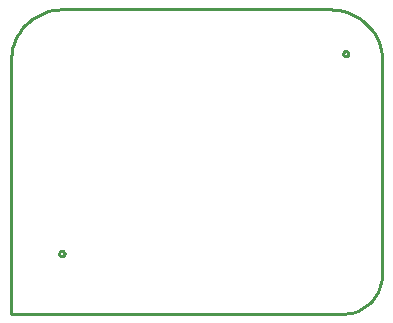
<source format=gko>
G04 EAGLE Gerber RS-274X export*
G75*
%MOMM*%
%FSLAX34Y34*%
%LPD*%
%IN*%
%IPPOS*%
%AMOC8*
5,1,8,0,0,1.08239X$1,22.5*%
G01*
%ADD10C,0.254000*%


D10*
X0Y0D02*
X279971Y0D01*
X282875Y44D01*
X285764Y340D01*
X288616Y887D01*
X291410Y1681D01*
X294123Y2715D01*
X296737Y3982D01*
X299230Y5472D01*
X301584Y7173D01*
X303780Y9073D01*
X305803Y11157D01*
X307636Y13410D01*
X309266Y15813D01*
X310680Y18350D01*
X311867Y21000D01*
X312820Y23744D01*
X313529Y26560D01*
X313990Y29427D01*
X314200Y32324D01*
X314200Y215466D01*
X313953Y219228D01*
X313378Y222953D01*
X312482Y226614D01*
X311269Y230183D01*
X309750Y233633D01*
X307937Y236937D01*
X305842Y240070D01*
X303482Y243009D01*
X300875Y245732D01*
X298040Y248216D01*
X295000Y250444D01*
X291777Y252399D01*
X288396Y254065D01*
X284883Y255431D01*
X281264Y256485D01*
X277567Y257219D01*
X273820Y257629D01*
X270051Y257710D01*
X42929Y257710D01*
X39135Y257489D01*
X35374Y256938D01*
X31676Y256061D01*
X28068Y254866D01*
X24578Y253360D01*
X21232Y251556D01*
X18057Y249467D01*
X15075Y247110D01*
X12311Y244501D01*
X9784Y241662D01*
X7514Y238613D01*
X5519Y235378D01*
X3813Y231981D01*
X2410Y228449D01*
X1320Y224808D01*
X552Y221085D01*
X110Y217310D01*
X0Y213511D01*
X0Y0D01*
X45425Y50829D02*
X45370Y50480D01*
X45260Y50143D01*
X45100Y49827D01*
X44891Y49541D01*
X44641Y49290D01*
X44354Y49082D01*
X44039Y48921D01*
X43702Y48812D01*
X43352Y48756D01*
X42998Y48756D01*
X42648Y48812D01*
X42312Y48921D01*
X41996Y49082D01*
X41709Y49290D01*
X41459Y49541D01*
X41251Y49827D01*
X41090Y50143D01*
X40981Y50480D01*
X40925Y50829D01*
X40925Y51184D01*
X40981Y51533D01*
X41090Y51870D01*
X41251Y52186D01*
X41459Y52472D01*
X41709Y52723D01*
X41996Y52931D01*
X42312Y53092D01*
X42648Y53201D01*
X42998Y53256D01*
X43352Y53256D01*
X43702Y53201D01*
X44039Y53092D01*
X44354Y52931D01*
X44641Y52723D01*
X44891Y52472D01*
X45100Y52186D01*
X45260Y51870D01*
X45370Y51533D01*
X45425Y51184D01*
X45425Y50829D01*
X285855Y219934D02*
X285800Y219584D01*
X285690Y219248D01*
X285529Y218932D01*
X285321Y218646D01*
X285071Y218395D01*
X284784Y218187D01*
X284469Y218026D01*
X284132Y217917D01*
X283782Y217861D01*
X283428Y217861D01*
X283078Y217917D01*
X282741Y218026D01*
X282426Y218187D01*
X282139Y218395D01*
X281889Y218646D01*
X281681Y218932D01*
X281520Y219248D01*
X281410Y219584D01*
X281355Y219934D01*
X281355Y220288D01*
X281410Y220638D01*
X281520Y220975D01*
X281681Y221291D01*
X281889Y221577D01*
X282139Y221828D01*
X282426Y222036D01*
X282741Y222196D01*
X283078Y222306D01*
X283428Y222361D01*
X283782Y222361D01*
X284132Y222306D01*
X284469Y222196D01*
X284784Y222036D01*
X285071Y221828D01*
X285321Y221577D01*
X285529Y221291D01*
X285690Y220975D01*
X285800Y220638D01*
X285855Y220288D01*
X285855Y219934D01*
M02*

</source>
